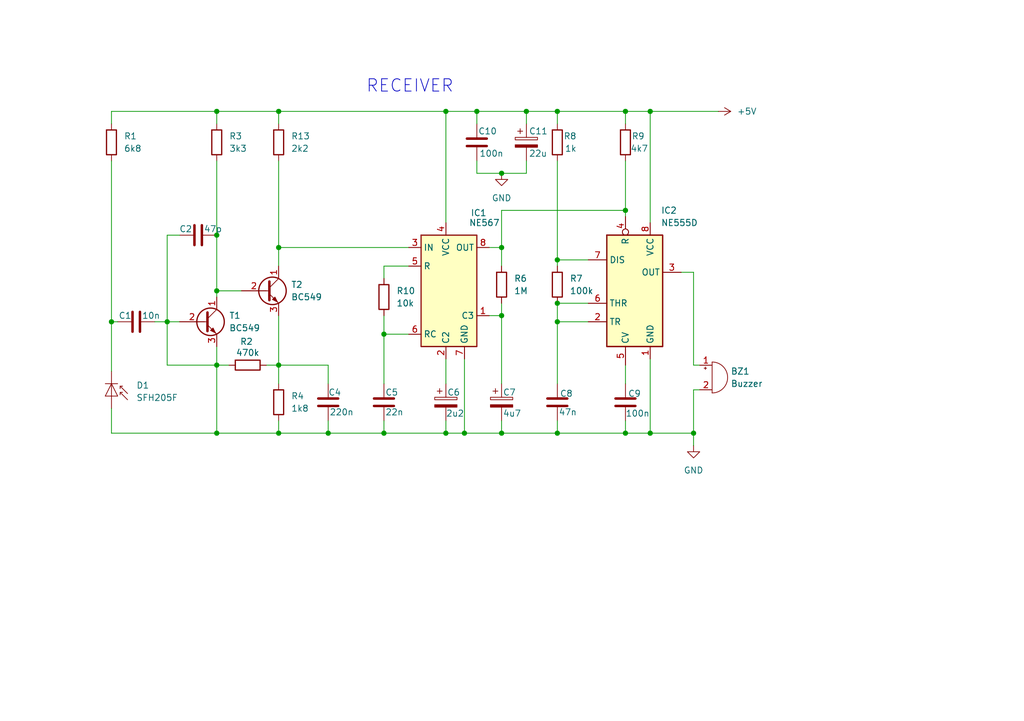
<source format=kicad_sch>
(kicad_sch (version 20231120) (generator "eeschema") (generator_version "8.0")
  (paper "A5")
  (title_block (title "Receiver") (date "2024-11-19") (rev "1.0") (company "FH Technikum") (comment 1 "Author: Vulovic Marko"))
  (lib_symbols
    (symbol "Device:Buzzer" (pin_names (offset 0.0254) hide)
      (property "Reference" "BZ" (at 3.81 1.27 0))
      (property "Value" "Buzzer" (at 3.81 -1.27 0))
      (symbol "Buzzer_0_1"
        (arc (start 0 -3.175) (mid 3.1612 0) (end 0 3.175))
        (polyline (pts (xy -1.651 1.905) (xy -1.143 1.905)))
        (polyline (pts (xy -1.397 2.159) (xy -1.397 1.651)))
        (polyline (pts (xy 0 3.175) (xy 0 -3.175)))
      )
      (symbol "Buzzer_1_1"
        (pin passive line (at -2.54 2.54 0) (length 2.54) (name "+") (number "1"))
        (pin passive line (at -2.54 -2.54 0) (length 2.54) (name "-") (number "2"))
      )
    )
    (symbol "Device:C" (pin_numbers hide) (pin_names (offset 0.254))
      (property "Reference" "C" (at 0.635 2.54 0))
      (property "Value" "C" (at 0.635 -2.54 0))
      (symbol "C_0_1"
        (polyline (pts (xy -2.032 -0.762) (xy 2.032 -0.762)) (stroke (width 0.508)))
        (polyline (pts (xy -2.032 0.762) (xy 2.032 0.762)) (stroke (width 0.508)))
      )
      (symbol "C_1_1"
        (pin passive line (at 0 3.81 270) (length 2.794) (name "~") (number "1"))
        (pin passive line (at 0 -3.81 90) (length 2.794) (name "~") (number "2"))
      )
    )
    (symbol "Device:C_Polarized" (pin_numbers hide) (pin_names (offset 0.254))
      (property "Reference" "C" (at 0.635 2.54 0))
      (property "Value" "C_Polarized" (at 0.635 -2.54 0))
      (symbol "C_Polarized_0_1"
        (rectangle (start -2.286 0.508) (end 2.286 1.016))
        (polyline (pts (xy -1.778 2.286) (xy -0.762 2.286)))
        (polyline (pts (xy -1.27 2.794) (xy -1.27 1.778)))
        (rectangle (start 2.286 -0.508) (end -2.286 -1.016) (fill (type outline)))
      )
      (symbol "C_Polarized_1_1"
        (pin passive line (at 0 3.81 270) (length 2.794) (name "~") (number "1"))
        (pin passive line (at 0 -3.81 90) (length 2.794) (name "~") (number "2"))
      )
    )
    (symbol "Device:R" (pin_numbers hide) (pin_names (offset 0))
      (property "Reference" "R" (at 2.032 0 90))
      (property "Value" "R" (at 0 0 90))
      (symbol "R_0_1"
        (rectangle (start -1.016 -2.54) (end 1.016 2.54) (stroke (width 0.254)))
      )
      (symbol "R_1_1"
        (pin passive line (at 0 3.81 270) (length 1.27) (name "~") (number "1"))
        (pin passive line (at 0 -3.81 90) (length 1.27) (name "~") (number "2"))
      )
    )
    (symbol "Sensor_Optical:SFH205F" (pin_numbers hide) (pin_names (offset 1.016) hide)
      (property "Reference" "D" (at 0.508 1.778 0))
      (property "Value" "SFH205F" (at -1.016 -2.794 0))
      (symbol "SFH205F_0_1"
        (polyline (pts (xy -2.54 1.27) (xy -2.54 -1.27)) (stroke (width 0.1524)))
        (polyline (pts (xy -2.032 1.778) (xy -1.524 1.778)))
        (polyline (pts (xy 0 0) (xy -2.54 0)))
        (polyline (pts (xy 0 1.27) (xy 0 -1.27)))
        (polyline (pts (xy -0.508 3.302) (xy -2.032 1.778) (xy -2.032 2.286)))
        (polyline (pts (xy 0 1.27) (xy -2.54 0) (xy 0 -1.27)))
        (polyline (pts (xy 0.762 3.302) (xy -0.762 1.778) (xy -0.762 2.286) (xy -0.762 1.778) (xy -0.254 1.778)))
      )
      (symbol "SFH205F_1_1"
        (pin passive line (at -5.08 0 0) (length 2.54) (name "K") (number "1"))
        (pin passive line (at 2.54 0 180) (length 2.54) (name "A") (number "2"))
      )
    )
    (symbol "Timer:NE555D"
      (property "Reference" "IC2" (at 2.1941 12.7 0))
      (property "Value" "NE555D" (at 2.1941 10.16 0))
      (symbol "NE555D_0_0"
        (pin power_in line (at 0 -17.78 90) (length 2.54) (name "GND") (number "1"))
        (pin power_in line (at 0 10.16 270) (length 2.54) (name "VCC") (number "8"))
      )
      (symbol "NE555D_0_1"
        (rectangle (start -8.89 7.62) (end 2.54 -15.24) (stroke (width 0.254)) (fill (type background)))
        (rectangle (start -8.89 7.62) (end 2.54 -15.24) (stroke (width 0.254)) (fill (type background)))
      )
      (symbol "NE555D_1_1"
        (pin input line (at -12.7 -10.16 0) (length 3.81) (name "TR") (number "2"))
        (pin output line (at 6.35 0 180) (length 3.81) (name "OUT") (number "3"))
        (pin input inverted (at -5.08 11.43 270) (length 3.81) (name "R") (number "4"))
        (pin input line (at -5.08 -19.05 90) (length 3.81) (name "CV") (number "5"))
        (pin input line (at -12.7 -6.35 0) (length 3.81) (name "THR") (number "6"))
        (pin input line (at -12.7 2.54 0) (length 3.81) (name "DIS") (number "7"))
      )
    )
    (symbol "Timer:NE567"
      (property "Reference" "IC1" (at 0 35.052 0))
      (property "Value" "NE567" (at -0.3459 33.02 0))
      (symbol "NE567_0_1"
        (rectangle (start -10.16 30.48) (end 1.27 7.62) (stroke (width 0.254)) (fill (type background)))
      )
      (symbol "NE567_1_1"
        (pin output line (at 3.81 13.97 180) (length 2.54) (name "C3") (number "1"))
        (pin output line (at -5.08 5.08 90) (length 2.54) (name "C2") (number "2"))
        (pin input line (at -12.7 27.94 0) (length 2.54) (name "IN") (number "3"))
        (pin power_in line (at -5.08 33.02 270) (length 2.54) (name "VCC") (number "4"))
        (pin input line (at -12.7 24.13 0) (length 2.54) (name "R") (number "5"))
        (pin input line (at -12.7 10.16 0) (length 2.54) (name "RC") (number "6"))
        (pin power_in line (at -1.27 5.08 90) (length 2.54) (name "GND") (number "7"))
        (pin output line (at 3.81 27.94 180) (length 2.54) (name "OUT") (number "8"))
      )
    )
    (symbol "Transistor_BJT:BC549" (pin_names (offset 0) hide)
      (property "Reference" "Q" (at 5.08 1.905 0))
      (property "Value" "BC549" (at 5.08 0 0))
      (symbol "BC549_0_1"
        (polyline (pts (xy 0 0) (xy 0.635 0)))
        (polyline (pts (xy 0.635 0.635) (xy 2.54 2.54)))
        (polyline (pts (xy 0.635 -0.635) (xy 2.54 -2.54) (xy 2.54 -2.54)))
        (polyline (pts (xy 0.635 1.905) (xy 0.635 -1.905) (xy 0.635 -1.905)) (stroke (width 0.508)))
        (polyline (pts (xy 1.27 -1.778) (xy 1.778 -1.27) (xy 2.286 -2.286) (xy 1.27 -1.778) (xy 1.27 -1.778)) (fill (type outline)))
        (circle (center 1.27 0) (radius 2.8194) (stroke (width 0.254)))
      )
      (symbol "BC549_1_1"
        (pin passive line (at 2.54 5.08 270) (length 2.54) (name "C") (number "1"))
        (pin input line (at -5.08 0 0) (length 5.08) (name "B") (number "2"))
        (pin passive line (at 2.54 -5.08 90) (length 2.54) (name "E") (number "3"))
      )
    )
    (symbol "power:+5V" (power) (pin_numbers hide) (pin_names (offset 0) hide)
      (property "Value" "+5V" (at 0 3.556 0))
      (symbol "+5V_0_1"
        (polyline (pts (xy -0.762 1.27) (xy 0 2.54)))
        (polyline (pts (xy 0 0) (xy 0 2.54)))
        (polyline (pts (xy 0 2.54) (xy 0.762 1.27)))
      )
      (symbol "+5V_1_1"
        (pin power_in line (at 0 0 90) (length 0) (name "~") (number "1"))
      )
    )
    (symbol "power:GND" (power) (pin_numbers hide) (pin_names (offset 0) hide)
      (property "Value" "GND" (at 0 -3.81 0))
      (symbol "GND_0_1"
        (polyline (pts (xy 0 0) (xy 0 -1.27) (xy 1.27 -1.27) (xy 0 -2.54) (xy -1.27 -1.27) (xy 0 -1.27)))
      )
      (symbol "GND_1_1"
        (pin power_in line (at 0 0 270) (length 0) (name "~") (number "1"))
      )
    )
  )
  (junction (at 133.35 88.9))
  (junction (at 102.87 64.77))
  (junction (at 97.79 22.86))
  (junction (at 114.3 62.23))
  (junction (at 22.86 66.04))
  (junction (at 91.44 22.86))
  (junction (at 114.3 53.34))
  (junction (at 91.44 88.9))
  (junction (at 44.45 48.26))
  (junction (at 44.45 88.9))
  (junction (at 57.15 74.93))
  (junction (at 128.27 22.86))
  (junction (at 114.3 66.04))
  (junction (at 78.74 68.58))
  (junction (at 102.87 35.56))
  (junction (at 78.74 88.9))
  (junction (at 44.45 59.69))
  (junction (at 57.15 22.86))
  (junction (at 102.87 88.9))
  (junction (at 128.27 88.9))
  (junction (at 107.95 22.86))
  (junction (at 114.3 88.9))
  (junction (at 34.29 66.04))
  (junction (at 114.3 22.86))
  (junction (at 142.24 88.9))
  (junction (at 67.31 88.9))
  (junction (at 44.45 22.86))
  (junction (at 128.27 43.18))
  (junction (at 57.15 88.9))
  (junction (at 44.45 74.93))
  (junction (at 95.25 88.9))
  (junction (at 133.35 22.86))
  (junction (at 102.87 50.8))
  (junction (at 57.15 50.8))
  (wire (pts (xy 44.45 48.26) (xy 44.45 59.69)))
  (wire (pts (xy 67.31 88.9) (xy 78.74 88.9)))
  (wire (pts (xy 91.44 22.86) (xy 91.44 45.72)))
  (wire (pts (xy 100.33 50.8) (xy 102.87 50.8)))
  (wire (pts (xy 57.15 88.9) (xy 57.15 86.36)))
  (wire (pts (xy 22.86 22.86) (xy 44.45 22.86)))
  (wire (pts (xy 114.3 33.02) (xy 114.3 53.34)))
  (wire (pts (xy 102.87 50.8) (xy 102.87 54.61)))
  (wire (pts (xy 114.3 62.23) (xy 120.65 62.23)))
  (wire (pts (xy 34.29 48.26) (xy 36.83 48.26)))
  (wire (pts (xy 97.79 22.86) (xy 107.95 22.86)))
  (wire (pts (xy 114.3 54.61) (xy 114.3 53.34)))
  (wire (pts (xy 54.61 74.93) (xy 57.15 74.93)))
  (wire (pts (xy 67.31 74.93) (xy 67.31 78.74)))
  (wire (pts (xy 114.3 66.04) (xy 114.3 78.74)))
  (wire (pts (xy 91.44 22.86) (xy 97.79 22.86)))
  (wire (pts (xy 22.86 83.82) (xy 22.86 88.9)))
  (wire (pts (xy 22.86 66.04) (xy 22.86 76.2)))
  (wire (pts (xy 102.87 88.9) (xy 95.25 88.9)))
  (wire (pts (xy 34.29 74.93) (xy 44.45 74.93)))
  (wire (pts (xy 133.35 22.86) (xy 128.27 22.86)))
  (wire (pts (xy 107.95 35.56) (xy 107.95 33.02)))
  (wire (pts (xy 49.53 59.69) (xy 44.45 59.69)))
  (wire (pts (xy 44.45 33.02) (xy 44.45 48.26)))
  (wire (pts (xy 128.27 43.18) (xy 128.27 44.45)))
  (wire (pts (xy 142.24 80.01) (xy 142.24 88.9)))
  (wire (pts (xy 22.86 88.9) (xy 44.45 88.9)))
  (wire (pts (xy 67.31 88.9) (xy 67.31 86.36)))
  (wire (pts (xy 91.44 88.9) (xy 91.44 86.36)))
  (wire (pts (xy 142.24 88.9) (xy 133.35 88.9)))
  (wire (pts (xy 78.74 68.58) (xy 83.82 68.58)))
  (wire (pts (xy 57.15 22.86) (xy 57.15 25.4)))
  (wire (pts (xy 57.15 33.02) (xy 57.15 50.8)))
  (wire (pts (xy 102.87 50.8) (xy 102.87 43.18)))
  (wire (pts (xy 128.27 88.9) (xy 114.3 88.9)))
  (wire (pts (xy 57.15 22.86) (xy 91.44 22.86)))
  (wire (pts (xy 97.79 22.86) (xy 97.79 25.4)))
  (wire (pts (xy 83.82 54.61) (xy 78.74 54.61)))
  (wire (pts (xy 114.3 22.86) (xy 114.3 25.4)))
  (wire (pts (xy 34.29 66.04) (xy 34.29 74.93)))
  (wire (pts (xy 31.75 66.04) (xy 34.29 66.04)))
  (wire (pts (xy 142.24 55.88) (xy 142.24 74.93)))
  (wire (pts (xy 128.27 86.36) (xy 128.27 88.9)))
  (wire (pts (xy 57.15 74.93) (xy 67.31 74.93)))
  (wire (pts (xy 57.15 50.8) (xy 83.82 50.8)))
  (wire (pts (xy 133.35 22.86) (xy 147.32 22.86)))
  (wire (pts (xy 120.65 66.04) (xy 114.3 66.04)))
  (wire (pts (xy 57.15 74.93) (xy 57.15 78.74)))
  (wire (pts (xy 34.29 66.04) (xy 34.29 48.26)))
  (wire (pts (xy 128.27 33.02) (xy 128.27 43.18)))
  (wire (pts (xy 44.45 88.9) (xy 44.45 74.93)))
  (wire (pts (xy 78.74 88.9) (xy 78.74 86.36)))
  (wire (pts (xy 97.79 35.56) (xy 102.87 35.56)))
  (wire (pts (xy 44.45 22.86) (xy 44.45 25.4)))
  (wire (pts (xy 44.45 59.69) (xy 44.45 60.96)))
  (wire (pts (xy 57.15 54.61) (xy 57.15 50.8)))
  (wire (pts (xy 44.45 88.9) (xy 57.15 88.9)))
  (wire (pts (xy 102.87 35.56) (xy 107.95 35.56)))
  (wire (pts (xy 78.74 88.9) (xy 91.44 88.9)))
  (wire (pts (xy 24.13 66.04) (xy 22.86 66.04)))
  (wire (pts (xy 114.3 22.86) (xy 128.27 22.86)))
  (wire (pts (xy 139.7 55.88) (xy 142.24 55.88)))
  (wire (pts (xy 143.51 80.01) (xy 142.24 80.01)))
  (wire (pts (xy 133.35 88.9) (xy 133.35 73.66)))
  (wire (pts (xy 102.87 43.18) (xy 128.27 43.18)))
  (wire (pts (xy 78.74 68.58) (xy 78.74 78.74)))
  (wire (pts (xy 114.3 86.36) (xy 114.3 88.9)))
  (wire (pts (xy 91.44 73.66) (xy 91.44 78.74)))
  (wire (pts (xy 114.3 62.23) (xy 114.3 66.04)))
  (wire (pts (xy 22.86 33.02) (xy 22.86 66.04)))
  (wire (pts (xy 22.86 25.4) (xy 22.86 22.86)))
  (wire (pts (xy 44.45 71.12) (xy 44.45 74.93)))
  (wire (pts (xy 128.27 88.9) (xy 133.35 88.9)))
  (wire (pts (xy 102.87 64.77) (xy 102.87 78.74)))
  (wire (pts (xy 107.95 22.86) (xy 107.95 25.4)))
  (wire (pts (xy 100.33 64.77) (xy 102.87 64.77)))
  (wire (pts (xy 102.87 64.77) (xy 102.87 62.23)))
  (wire (pts (xy 142.24 74.93) (xy 143.51 74.93)))
  (wire (pts (xy 128.27 74.93) (xy 128.27 78.74)))
  (wire (pts (xy 97.79 33.02) (xy 97.79 35.56)))
  (wire (pts (xy 34.29 66.04) (xy 36.83 66.04)))
  (wire (pts (xy 114.3 53.34) (xy 120.65 53.34)))
  (wire (pts (xy 95.25 88.9) (xy 95.25 73.66)))
  (wire (pts (xy 44.45 22.86) (xy 57.15 22.86)))
  (wire (pts (xy 57.15 88.9) (xy 67.31 88.9)))
  (wire (pts (xy 78.74 54.61) (xy 78.74 57.15)))
  (wire (pts (xy 107.95 22.86) (xy 114.3 22.86)))
  (wire (pts (xy 128.27 22.86) (xy 128.27 25.4)))
  (wire (pts (xy 57.15 64.77) (xy 57.15 74.93)))
  (wire (pts (xy 142.24 88.9) (xy 142.24 91.44)))
  (wire (pts (xy 114.3 88.9) (xy 102.87 88.9)))
  (wire (pts (xy 78.74 64.77) (xy 78.74 68.58)))
  (wire (pts (xy 102.87 86.36) (xy 102.87 88.9)))
  (wire (pts (xy 91.44 88.9) (xy 95.25 88.9)))
  (wire (pts (xy 44.45 74.93) (xy 46.99 74.93)))
  (wire (pts (xy 133.35 45.72) (xy 133.35 22.86)))
  (text "RECEIVER" (at 84.074 17.78 0) (effects (font (size 2.54 2.54))))
  (symbol (lib_id "Device:C") (at 114.3 82.55 0) (unit 1)
    (property "Reference" "C8" (at 114.808 80.772 0) (effects (justify left)))
    (property "Value" "47n" (at 114.554 84.582 0) (effects (justify left)))
    (property "Description" "Unpolarized capacitor" (effects (hide yes)))
  )
  (symbol (lib_id "Device:C_Polarized") (at 107.95 29.21 0) (unit 1)
    (property "Reference" "C11" (at 108.458 26.924 0) (effects (justify left)))
    (property "Value" "22u" (at 108.458 31.496 0) (effects (justify left)))
    (property "Description" "Polarized capacitor" (effects (hide yes)))
  )
  (symbol (lib_id "Device:R") (at 114.3 29.21 0) (unit 1)
    (property "Reference" "R8" (at 115.57 27.94 0) (effects (justify left)))
    (property "Value" "1k" (at 115.824 30.48 0) (effects (justify left)))
    (property "Description" "Resistor" (effects (hide yes)))
  )
  (symbol (lib_id "power:GND") (at 142.24 91.44 0) (unit 1)
    (property "Reference" "#PWR01" (effects (hide yes)))
    (property "Value" "GND" (at 142.24 96.52 0))
    (property "Description" "Power symbol creates a global label with name \"GND\" , ground" (effects (hide yes)))
  )
  (symbol (lib_id "Device:C") (at 27.94 66.04 270) (unit 1)
    (property "Reference" "C1" (at 25.654 64.77 90))
    (property "Value" "10n" (at 30.988 64.77 90))
    (property "Description" "Unpolarized capacitor" (effects (hide yes)))
  )
  (symbol (lib_id "Device:R") (at 78.74 60.96 0) (unit 1)
    (property "Reference" "R10" (at 81.28 59.6899 0) (effects (justify left)))
    (property "Value" "10k" (at 81.28 62.2299 0) (effects (justify left)))
    (property "Description" "Resistor" (effects (hide yes)))
  )
  (symbol (lib_id "power:GND") (at 102.87 35.56 0) (unit 1)
    (property "Reference" "#PWR02" (effects (hide yes)))
    (property "Value" "GND" (at 102.87 40.64 0))
    (property "Description" "Power symbol creates a global label with name \"GND\" , ground" (effects (hide yes)))
  )
  (symbol (lib_id "Device:R") (at 114.3 58.42 0) (unit 1)
    (property "Reference" "R7" (at 116.84 57.1499 0) (effects (justify left)))
    (property "Value" "100k" (at 116.84 59.6899 0) (effects (justify left)))
    (property "Description" "Resistor" (effects (hide yes)))
  )
  (symbol (lib_id "Transistor_BJT:BC549") (at 41.91 66.04 0) (unit 1)
    (property "Reference" "T1" (at 46.99 64.7699 0) (effects (justify left)))
    (property "Value" "BC549" (at 46.99 67.3099 0) (effects (justify left)))
    (property "Footprint" "Package_TO_SOT_THT:TO-92_Inline" (effects (hide yes)))
    (property "Datasheet" "https://www.onsemi.com/pub/Collateral/BC550-D.pdf" (effects (hide yes)))
    (property "Description" "0.1A Ic, 30V Vce, Small Signal NPN Transistor, TO-92" (effects (hide yes)))
  )
  (symbol (lib_id "Device:Buzzer") (at 146.05 77.47 0) (unit 1)
    (property "Reference" "BZ1" (at 149.86 76.1999 0) (effects (justify left)))
    (property "Value" "Buzzer" (at 149.86 78.7399 0) (effects (justify left)))
    (property "Description" "Buzzer, polarized" (effects (hide yes)))
  )
  (symbol (lib_id "Device:C_Polarized") (at 91.44 82.55 0) (unit 1)
    (property "Reference" "C6" (at 91.694 80.518 0) (effects (justify left)))
    (property "Value" "2u2" (at 91.44 84.836 0) (effects (justify left)))
    (property "Description" "Polarized capacitor" (effects (hide yes)))
  )
  (symbol (lib_id "Device:R") (at 44.45 29.21 0) (unit 1)
    (property "Reference" "R3" (at 46.99 27.9399 0) (effects (justify left)))
    (property "Value" "3k3" (at 46.99 30.4799 0) (effects (justify left)))
    (property "Description" "Resistor" (effects (hide yes)))
  )
  (symbol (lib_id "Transistor_BJT:BC549") (at 54.61 59.69 0) (unit 1)
    (property "Reference" "T2" (at 59.69 58.4199 0) (effects (justify left)))
    (property "Value" "BC549" (at 59.69 60.9599 0) (effects (justify left)))
    (property "Footprint" "Package_TO_SOT_THT:TO-92_Inline" (effects (hide yes)))
    (property "Datasheet" "https://www.onsemi.com/pub/Collateral/BC550-D.pdf" (effects (hide yes)))
    (property "Description" "0.1A Ic, 30V Vce, Small Signal NPN Transistor, TO-92" (effects (hide yes)))
  )
  (symbol (lib_id "Device:R") (at 128.27 29.21 0) (unit 1)
    (property "Reference" "R9" (at 129.54 27.94 0) (effects (justify left)))
    (property "Value" "4k7" (at 129.286 30.48 0) (effects (justify left)))
    (property "Description" "Resistor" (effects (hide yes)))
  )
  (symbol (lib_id "Timer:NE555D") (at 133.35 55.88 0) (unit 1)
    (property "Reference" "IC2" (at 135.5441 43.18 0) (effects (justify left)))
    (property "Value" "NE555D" (at 135.5441 45.72 0) (effects (justify left)))
    (property "Footprint" "Package_SO:SOIC-8_3.9x4.9mm_P1.27mm" (effects (hide yes)))
    (property "Datasheet" "http://www.ti.com/lit/ds/symlink/ne555.pdf" (effects (hide yes)))
    (property "Description" "Precision Timers, 555 compatible, SOIC-8" (effects (hide yes)))
  )
  (symbol (lib_id "Device:C") (at 78.74 82.55 0) (unit 1)
    (property "Reference" "C5" (at 78.994 80.518 0) (effects (justify left)))
    (property "Value" "22n" (at 78.994 84.582 0) (effects (justify left)))
    (property "Description" "Unpolarized capacitor" (effects (hide yes)))
  )
  (symbol (lib_id "Device:C") (at 40.64 48.26 90) (unit 1)
    (property "Reference" "C2" (at 38.1 46.99 90))
    (property "Value" "47p" (at 43.688 46.99 90))
    (property "Description" "Unpolarized capacitor" (effects (hide yes)))
  )
  (symbol (lib_id "Device:R") (at 22.86 29.21 0) (unit 1)
    (property "Reference" "R1" (at 25.4 27.9399 0) (effects (justify left)))
    (property "Value" "6k8" (at 25.4 30.4799 0) (effects (justify left)))
    (property "Description" "Resistor" (effects (hide yes)))
  )
  (symbol (lib_id "Device:C_Polarized") (at 102.87 82.55 0) (unit 1)
    (property "Reference" "C7" (at 103.124 80.518 0) (effects (justify left)))
    (property "Value" "4u7" (at 103.124 84.836 0) (effects (justify left)))
    (property "Description" "Polarized capacitor" (effects (hide yes)))
  )
  (symbol (lib_id "Device:C") (at 67.31 82.55 0) (unit 1)
    (property "Reference" "C4" (at 67.31 80.518 0) (effects (justify left)))
    (property "Value" "220n" (at 67.564 84.582 0) (effects (justify left)))
    (property "Description" "Unpolarized capacitor" (effects (hide yes)))
  )
  (symbol (lib_id "Device:R") (at 102.87 58.42 0) (unit 1)
    (property "Reference" "R6" (at 105.41 57.1499 0) (effects (justify left)))
    (property "Value" "1M" (at 105.41 59.6899 0) (effects (justify left)))
    (property "Description" "Resistor" (effects (hide yes)))
  )
  (symbol (lib_id "power:+5V") (at 147.32 22.86 270) (unit 1)
    (property "Reference" "#PWR03" (effects (hide yes)))
    (property "Value" "+5V" (at 151.13 22.8599 90) (effects (justify left)))
    (property "Description" "Power symbol creates a global label with name \"+5V\"" (effects (hide yes)))
  )
  (symbol (lib_id "Device:R") (at 50.8 74.93 90) (unit 1)
    (property "Reference" "R2" (at 50.546 70.104 90))
    (property "Value" "470k" (at 50.8 72.39 90))
    (property "Description" "Resistor" (effects (hide yes)))
  )
  (symbol (lib_id "Timer:NE567") (at 96.52 78.74 0) (unit 1)
    (property "Reference" "IC1" (at 96.52 43.688 0) (effects (justify left)))
    (property "Value" "NE567" (at 96.1741 45.72 0) (effects (justify left)))
    (property "Datasheet" "http://www.ti.com/lit/ds/symlink/lm567.pdf" (effects (hide yes)))
    (property "Description" "Tone Decoder/Phase-Locked Loop, DIP-8/SOIC-8" (effects (hide yes)))
  )
  (symbol (lib_id "Device:C") (at 97.79 29.21 0) (unit 1)
    (property "Reference" "C10" (at 98.044 26.924 0) (effects (justify left)))
    (property "Value" "100n" (at 98.298 31.496 0) (effects (justify left)))
    (property "Description" "Unpolarized capacitor" (effects (hide yes)))
  )
  (symbol (lib_id "Sensor_Optical:SFH205F") (at 22.86 81.28 270) (unit 1)
    (property "Reference" "D1" (at 27.94 79.0828 90) (effects (justify left)))
    (property "Value" "SFH205F" (at 27.94 81.6228 90) (effects (justify left)))
    (property "Footprint" "OptoDevice:Osram_SFH205" (effects (hide yes)))
    (property "Datasheet" "http://www.osram-os.com/Graphics/XPic2/00101668_0.pdf" (effects (hide yes)))
    (property "Description" "Silicon PIN Photodiode with Daylight Blocking Filter" (effects (hide yes)))
  )
  (symbol (lib_id "Device:C") (at 128.27 82.55 0) (unit 1)
    (property "Reference" "C9" (at 128.778 80.772 0) (effects (justify left)))
    (property "Value" "100n" (at 128.27 84.836 0) (effects (justify left)))
    (property "Description" "Unpolarized capacitor" (effects (hide yes)))
  )
  (symbol (lib_id "Device:R") (at 57.15 29.21 0) (unit 1)
    (property "Reference" "R13" (at 59.69 27.9399 0) (effects (justify left)))
    (property "Value" "2k2" (at 59.69 30.4799 0) (effects (justify left)))
    (property "Description" "Resistor" (effects (hide yes)))
  )
  (symbol (lib_id "Device:R") (at 57.15 82.55 0) (unit 1)
    (property "Reference" "R4" (at 59.69 81.2799 0) (effects (justify left)))
    (property "Value" "1k8" (at 59.69 83.8199 0) (effects (justify left)))
    (property "Description" "Resistor" (effects (hide yes)))
  )
)
</source>
